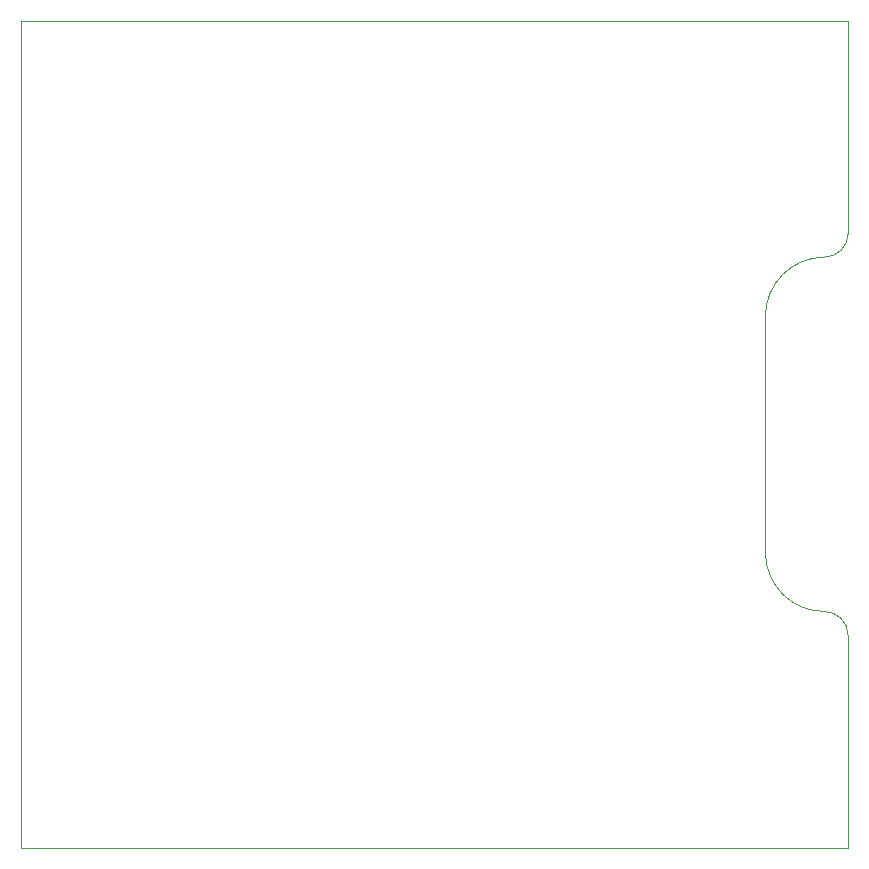
<source format=gm1>
G04 #@! TF.FileFunction,Profile,NP*
%FSLAX46Y46*%
G04 Gerber Fmt 4.6, Leading zero omitted, Abs format (unit mm)*
G04 Created by KiCad (PCBNEW 4.0.4-stable) date 03/22/17 00:02:01*
%MOMM*%
%LPD*%
G01*
G04 APERTURE LIST*
%ADD10C,0.100000*%
G04 APERTURE END LIST*
D10*
X162000000Y-110000000D02*
X162000000Y-92000000D01*
X160000000Y-142000000D02*
G75*
G02X162000000Y-144000000I0J-2000000D01*
G01*
X160000000Y-142000000D02*
G75*
G02X155000000Y-137000000I0J5000000D01*
G01*
X162000000Y-110000000D02*
G75*
G02X160000000Y-112000000I-2000000J0D01*
G01*
X155000000Y-117000000D02*
G75*
G02X160000000Y-112000000I5000000J0D01*
G01*
X155000000Y-137000000D02*
X155000000Y-117000000D01*
X162000000Y-162000000D02*
X162000000Y-144000000D01*
X92000000Y-162000000D02*
X162000000Y-162000000D01*
X92000000Y-92000000D02*
X92000000Y-162000000D01*
X162000000Y-92000000D02*
X92000000Y-92000000D01*
M02*

</source>
